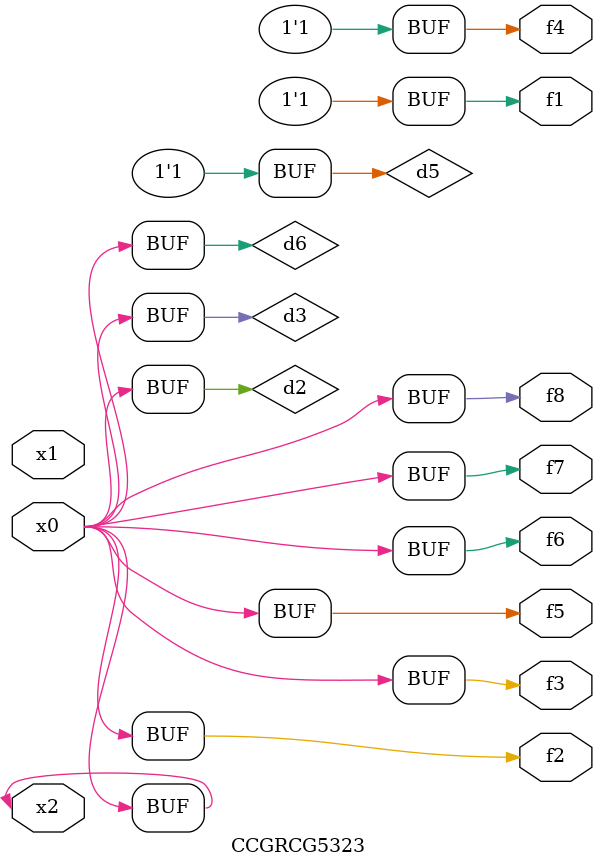
<source format=v>
module CCGRCG5323(
	input x0, x1, x2,
	output f1, f2, f3, f4, f5, f6, f7, f8
);

	wire d1, d2, d3, d4, d5, d6;

	xnor (d1, x2);
	buf (d2, x0, x2);
	and (d3, x0);
	xnor (d4, x1, x2);
	nand (d5, d1, d3);
	buf (d6, d2, d3);
	assign f1 = d5;
	assign f2 = d6;
	assign f3 = d6;
	assign f4 = d5;
	assign f5 = d6;
	assign f6 = d6;
	assign f7 = d6;
	assign f8 = d6;
endmodule

</source>
